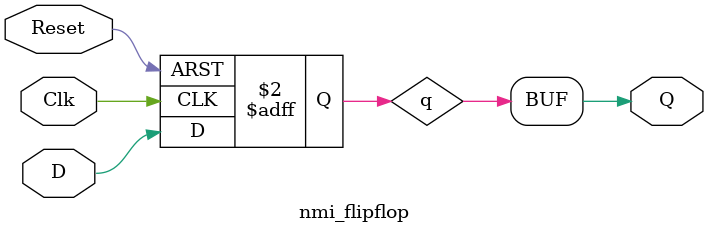
<source format=sv>
module nmi_flipflop
(
	input		Clk,
	input		Reset,
	input		D,
	output	Q
);

logic q;
assign Q = q;

always_ff @ (posedge Clk or posedge Reset)
begin
if (Reset)
	q <= 1'b1;
else
	q <= D;
end

endmodule
</source>
